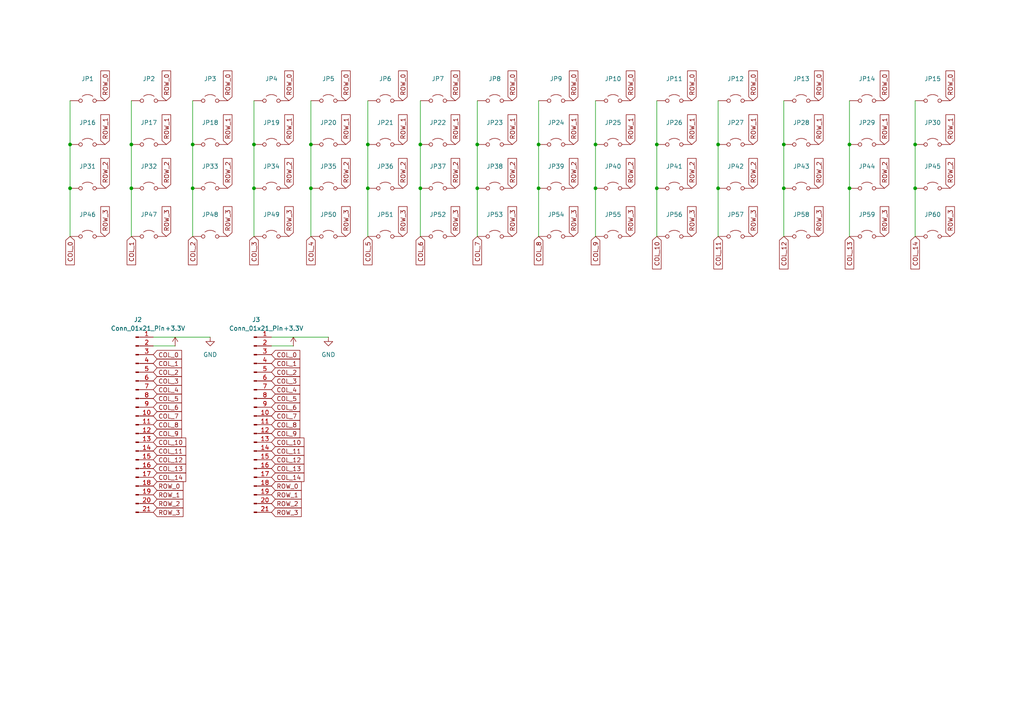
<source format=kicad_sch>
(kicad_sch (version 20250114) (generator "eeschema") (generator_version "9.0")
  (paper "A4")
  (lib_symbols
    (symbol "Connector:Conn_01x21_Pin" (pin_names (offset 1.016) (hide yes))
      (property "Reference" "J" (at 0 27.94 0))
      (property "Value" "Conn_01x21_Pin" (at 0 -27.94 0))
      (symbol "Conn_01x21_Pin_1_1"
        (rectangle (start 0.8636 25.527) (end 0 25.273) (stroke (width 0.1524)) (fill (type outline)))
        (rectangle (start 0.8636 22.987) (end 0 22.733) (stroke (width 0.1524)) (fill (type outline)))
        (rectangle (start 0.8636 20.447) (end 0 20.193) (stroke (width 0.1524)) (fill (type outline)))
        (rectangle (start 0.8636 17.907) (end 0 17.653) (stroke (width 0.1524)) (fill (type outline)))
        (rectangle (start 0.8636 15.367) (end 0 15.113) (stroke (width 0.1524)) (fill (type outline)))
        (rectangle (start 0.8636 12.827) (end 0 12.573) (stroke (width 0.1524)) (fill (type outline)))
        (rectangle (start 0.8636 10.287) (end 0 10.033) (stroke (width 0.1524)) (fill (type outline)))
        (rectangle (start 0.8636 7.747) (end 0 7.493) (stroke (width 0.1524)) (fill (type outline)))
        (rectangle (start 0.8636 5.207) (end 0 4.953) (stroke (width 0.1524)) (fill (type outline)))
        (rectangle (start 0.8636 2.667) (end 0 2.413) (stroke (width 0.1524)) (fill (type outline)))
        (rectangle (start 0.8636 0.127) (end 0 -0.127) (stroke (width 0.1524)) (fill (type outline)))
        (rectangle (start 0.8636 -2.413) (end 0 -2.667) (stroke (width 0.1524)) (fill (type outline)))
        (rectangle (start 0.8636 -4.953) (end 0 -5.207) (stroke (width 0.1524)) (fill (type outline)))
        (rectangle (start 0.8636 -7.493) (end 0 -7.747) (stroke (width 0.1524)) (fill (type outline)))
        (rectangle (start 0.8636 -10.033) (end 0 -10.287) (stroke (width 0.1524)) (fill (type outline)))
        (rectangle (start 0.8636 -12.573) (end 0 -12.827) (stroke (width 0.1524)) (fill (type outline)))
        (rectangle (start 0.8636 -15.113) (end 0 -15.367) (stroke (width 0.1524)) (fill (type outline)))
        (rectangle (start 0.8636 -17.653) (end 0 -17.907) (stroke (width 0.1524)) (fill (type outline)))
        (rectangle (start 0.8636 -20.193) (end 0 -20.447) (stroke (width 0.1524)) (fill (type outline)))
        (rectangle (start 0.8636 -22.733) (end 0 -22.987) (stroke (width 0.1524)) (fill (type outline)))
        (rectangle (start 0.8636 -25.273) (end 0 -25.527) (stroke (width 0.1524)) (fill (type outline)))
        (polyline (pts (xy 1.27 25.4) (xy 0.8636 25.4)) (stroke (width 0.1524)))
        (polyline (pts (xy 1.27 22.86) (xy 0.8636 22.86)) (stroke (width 0.1524)))
        (polyline (pts (xy 1.27 20.32) (xy 0.8636 20.32)) (stroke (width 0.1524)))
        (polyline (pts (xy 1.27 17.78) (xy 0.8636 17.78)) (stroke (width 0.1524)))
        (polyline (pts (xy 1.27 15.24) (xy 0.8636 15.24)) (stroke (width 0.1524)))
        (polyline (pts (xy 1.27 12.7) (xy 0.8636 12.7)) (stroke (width 0.1524)))
        (polyline (pts (xy 1.27 10.16) (xy 0.8636 10.16)) (stroke (width 0.1524)))
        (polyline (pts (xy 1.27 7.62) (xy 0.8636 7.62)) (stroke (width 0.1524)))
        (polyline (pts (xy 1.27 5.08) (xy 0.8636 5.08)) (stroke (width 0.1524)))
        (polyline (pts (xy 1.27 2.54) (xy 0.8636 2.54)) (stroke (width 0.1524)))
        (polyline (pts (xy 1.27 0) (xy 0.8636 0)) (stroke (width 0.1524)))
        (polyline (pts (xy 1.27 -2.54) (xy 0.8636 -2.54)) (stroke (width 0.1524)))
        (polyline (pts (xy 1.27 -5.08) (xy 0.8636 -5.08)) (stroke (width 0.1524)))
        (polyline (pts (xy 1.27 -7.62) (xy 0.8636 -7.62)) (stroke (width 0.1524)))
        (polyline (pts (xy 1.27 -10.16) (xy 0.8636 -10.16)) (stroke (width 0.1524)))
        (polyline (pts (xy 1.27 -12.7) (xy 0.8636 -12.7)) (stroke (width 0.1524)))
        (polyline (pts (xy 1.27 -15.24) (xy 0.8636 -15.24)) (stroke (width 0.1524)))
        (polyline (pts (xy 1.27 -17.78) (xy 0.8636 -17.78)) (stroke (width 0.1524)))
        (polyline (pts (xy 1.27 -20.32) (xy 0.8636 -20.32)) (stroke (width 0.1524)))
        (polyline (pts (xy 1.27 -22.86) (xy 0.8636 -22.86)) (stroke (width 0.1524)))
        (polyline (pts (xy 1.27 -25.4) (xy 0.8636 -25.4)) (stroke (width 0.1524)))
        (pin passive line (at 5.08 25.4 180) (length 3.81) (name "Pin_1") (number "1"))
        (pin passive line (at 5.08 22.86 180) (length 3.81) (name "Pin_2") (number "2"))
        (pin passive line (at 5.08 20.32 180) (length 3.81) (name "Pin_3") (number "3"))
        (pin passive line (at 5.08 17.78 180) (length 3.81) (name "Pin_4") (number "4"))
        (pin passive line (at 5.08 15.24 180) (length 3.81) (name "Pin_5") (number "5"))
        (pin passive line (at 5.08 12.7 180) (length 3.81) (name "Pin_6") (number "6"))
        (pin passive line (at 5.08 10.16 180) (length 3.81) (name "Pin_7") (number "7"))
        (pin passive line (at 5.08 7.62 180) (length 3.81) (name "Pin_8") (number "8"))
        (pin passive line (at 5.08 5.08 180) (length 3.81) (name "Pin_9") (number "9"))
        (pin passive line (at 5.08 2.54 180) (length 3.81) (name "Pin_10") (number "10"))
        (pin passive line (at 5.08 0 180) (length 3.81) (name "Pin_11") (number "11"))
        (pin passive line (at 5.08 -2.54 180) (length 3.81) (name "Pin_12") (number "12"))
        (pin passive line (at 5.08 -5.08 180) (length 3.81) (name "Pin_13") (number "13"))
        (pin passive line (at 5.08 -7.62 180) (length 3.81) (name "Pin_14") (number "14"))
        (pin passive line (at 5.08 -10.16 180) (length 3.81) (name "Pin_15") (number "15"))
        (pin passive line (at 5.08 -12.7 180) (length 3.81) (name "Pin_16") (number "16"))
        (pin passive line (at 5.08 -15.24 180) (length 3.81) (name "Pin_17") (number "17"))
        (pin passive line (at 5.08 -17.78 180) (length 3.81) (name "Pin_18") (number "18"))
        (pin passive line (at 5.08 -20.32 180) (length 3.81) (name "Pin_19") (number "19"))
        (pin passive line (at 5.08 -22.86 180) (length 3.81) (name "Pin_20") (number "20"))
        (pin passive line (at 5.08 -25.4 180) (length 3.81) (name "Pin_21") (number "21"))
      )
    )
    (symbol "Jumper:Jumper_2_Open" (pin_numbers (hide yes)) (pin_names (offset 0) (hide yes))
      (property "Reference" "JP" (at 0 2.794 0))
      (property "Value" "Jumper_2_Open" (at 0 -2.286 0))
      (symbol "Jumper_2_Open_0_0"
        (circle (center -2.032 0) (radius 0.508))
        (circle (center 2.032 0) (radius 0.508))
      )
      (symbol "Jumper_2_Open_0_1"
        (arc (start -1.524 1.27) (mid 0 1.778) (end 1.524 1.27))
      )
      (symbol "Jumper_2_Open_1_1"
        (pin passive line (at -5.08 0 0) (length 2.54) (name "A") (number "1"))
        (pin passive line (at 5.08 0 180) (length 2.54) (name "B") (number "2"))
      )
    )
    (symbol "power:+3.3V" (power) (pin_numbers (hide yes)) (pin_names (offset 0) (hide yes))
      (property "Value" "+3.3V" (at 0 3.556 0))
      (symbol "+3.3V_0_1"
        (polyline (pts (xy -0.762 1.27) (xy 0 2.54)))
        (polyline (pts (xy 0 2.54) (xy 0.762 1.27)))
        (polyline (pts (xy 0 0) (xy 0 2.54)))
      )
      (symbol "+3.3V_1_1"
        (pin power_in line (at 0 0 90) (length 0) (name "~") (number "1"))
      )
    )
    (symbol "power:GND" (power) (pin_numbers (hide yes)) (pin_names (offset 0) (hide yes))
      (property "Value" "GND" (at 0 -3.81 0))
      (symbol "GND_0_1"
        (polyline (pts (xy 0 0) (xy 0 -1.27) (xy 1.27 -1.27) (xy 0 -2.54) (xy -1.27 -1.27) (xy 0 -1.27)))
      )
      (symbol "GND_1_1"
        (pin power_in line (at 0 0 270) (length 0) (name "~") (number "1"))
      )
    )
  )
  (junction (at 38.1 41.91))
  (junction (at 20.32 54.61))
  (junction (at 90.17 54.61))
  (junction (at 190.5 54.61))
  (junction (at 172.72 54.61))
  (junction (at 55.88 41.91))
  (junction (at 138.43 54.61))
  (junction (at 55.88 54.61))
  (junction (at 156.21 54.61))
  (junction (at 172.72 41.91))
  (junction (at 106.68 41.91))
  (junction (at 73.66 41.91))
  (junction (at 90.17 41.91))
  (junction (at 190.5 41.91))
  (junction (at 38.1 54.61))
  (junction (at 227.33 41.91))
  (junction (at 20.32 41.91))
  (junction (at 138.43 41.91))
  (junction (at 227.33 54.61))
  (junction (at 208.28 54.61))
  (junction (at 106.68 54.61))
  (junction (at 208.28 41.91))
  (junction (at 246.38 54.61))
  (junction (at 121.92 41.91))
  (junction (at 156.21 41.91))
  (junction (at 121.92 54.61))
  (junction (at 265.43 54.61))
  (junction (at 246.38 41.91))
  (junction (at 73.66 54.61))
  (junction (at 265.43 41.91))
  (wire (pts (xy 227.33 41.91) (xy 227.33 54.61)))
  (wire (pts (xy 190.5 54.61) (xy 190.5 68.58)))
  (wire (pts (xy 138.43 29.21) (xy 138.43 41.91)))
  (wire (pts (xy 190.5 29.21) (xy 190.5 41.91)))
  (wire (pts (xy 73.66 29.21) (xy 73.66 41.91)))
  (wire (pts (xy 265.43 41.91) (xy 265.43 54.61)))
  (wire (pts (xy 60.96 97.79) (xy 44.45 97.79)))
  (wire (pts (xy 208.28 54.61) (xy 208.28 68.58)))
  (wire (pts (xy 156.21 41.91) (xy 156.21 54.61)))
  (wire (pts (xy 227.33 29.21) (xy 227.33 41.91)))
  (wire (pts (xy 121.92 54.61) (xy 121.92 68.58)))
  (wire (pts (xy 138.43 41.91) (xy 138.43 54.61)))
  (wire (pts (xy 38.1 29.21) (xy 38.1 41.91)))
  (wire (pts (xy 121.92 29.21) (xy 121.92 41.91)))
  (wire (pts (xy 90.17 29.21) (xy 90.17 41.91)))
  (wire (pts (xy 138.43 54.61) (xy 138.43 68.58)))
  (wire (pts (xy 55.88 29.21) (xy 55.88 41.91)))
  (wire (pts (xy 90.17 41.91) (xy 90.17 54.61)))
  (wire (pts (xy 156.21 29.21) (xy 156.21 41.91)))
  (wire (pts (xy 106.68 29.21) (xy 106.68 41.91)))
  (wire (pts (xy 38.1 54.61) (xy 38.1 68.58)))
  (wire (pts (xy 172.72 29.21) (xy 172.72 41.91)))
  (wire (pts (xy 90.17 54.61) (xy 90.17 68.58)))
  (wire (pts (xy 208.28 29.21) (xy 208.28 41.91)))
  (wire (pts (xy 50.8 100.33) (xy 44.45 100.33)))
  (wire (pts (xy 20.32 29.21) (xy 20.32 41.91)))
  (wire (pts (xy 106.68 41.91) (xy 106.68 54.61)))
  (wire (pts (xy 106.68 54.61) (xy 106.68 68.58)))
  (wire (pts (xy 95.25 97.79) (xy 78.74 97.79)))
  (wire (pts (xy 156.21 54.61) (xy 156.21 68.58)))
  (wire (pts (xy 73.66 41.91) (xy 73.66 54.61)))
  (wire (pts (xy 246.38 29.21) (xy 246.38 41.91)))
  (wire (pts (xy 85.09 100.33) (xy 78.74 100.33)))
  (wire (pts (xy 38.1 41.91) (xy 38.1 54.61)))
  (wire (pts (xy 265.43 29.21) (xy 265.43 41.91)))
  (wire (pts (xy 227.33 54.61) (xy 227.33 68.58)))
  (wire (pts (xy 246.38 54.61) (xy 246.38 68.58)))
  (wire (pts (xy 73.66 54.61) (xy 73.66 68.58)))
  (wire (pts (xy 246.38 41.91) (xy 246.38 54.61)))
  (wire (pts (xy 190.5 41.91) (xy 190.5 54.61)))
  (wire (pts (xy 20.32 41.91) (xy 20.32 54.61)))
  (wire (pts (xy 121.92 41.91) (xy 121.92 54.61)))
  (wire (pts (xy 265.43 54.61) (xy 265.43 68.58)))
  (wire (pts (xy 20.32 54.61) (xy 20.32 68.58)))
  (wire (pts (xy 55.88 41.91) (xy 55.88 54.61)))
  (wire (pts (xy 172.72 54.61) (xy 172.72 68.58)))
  (wire (pts (xy 208.28 41.91) (xy 208.28 54.61)))
  (wire (pts (xy 172.72 41.91) (xy 172.72 54.61)))
  (wire (pts (xy 55.88 54.61) (xy 55.88 68.58)))
  (global_label "COL_4" (shape input) (at 78.74 113.03 0) (property "Intersheetrefs" "${INTERSHEET_REFS}" (effects (hide yes))))
  (global_label "ROW_3" (shape input) (at 256.54 68.58 90) (property "Intersheetrefs" "${INTERSHEET_REFS}" (effects (hide yes))))
  (global_label "COL_9" (shape input) (at 44.45 125.73 0) (property "Intersheetrefs" "${INTERSHEET_REFS}" (effects (hide yes))))
  (global_label "ROW_3" (shape input) (at 218.44 68.58 90) (property "Intersheetrefs" "${INTERSHEET_REFS}" (effects (hide yes))))
  (global_label "COL_1" (shape input) (at 78.74 105.41 0) (property "Intersheetrefs" "${INTERSHEET_REFS}" (effects (hide yes))))
  (global_label "ROW_1" (shape input) (at 48.26 41.91 90) (property "Intersheetrefs" "${INTERSHEET_REFS}" (effects (hide yes))))
  (global_label "ROW_0" (shape input) (at 218.44 29.21 90) (property "Intersheetrefs" "${INTERSHEET_REFS}" (effects (hide yes))))
  (global_label "ROW_0" (shape input) (at 200.66 29.21 90) (property "Intersheetrefs" "${INTERSHEET_REFS}" (effects (hide yes))))
  (global_label "COL_5" (shape input) (at 106.68 68.58 270) (property "Intersheetrefs" "${INTERSHEET_REFS}" (effects (hide yes))))
  (global_label "ROW_2" (shape input) (at 237.49 54.61 90) (property "Intersheetrefs" "${INTERSHEET_REFS}" (effects (hide yes))))
  (global_label "COL_5" (shape input) (at 78.74 115.57 0) (property "Intersheetrefs" "${INTERSHEET_REFS}" (effects (hide yes))))
  (global_label "COL_2" (shape input) (at 78.74 107.95 0) (property "Intersheetrefs" "${INTERSHEET_REFS}" (effects (hide yes))))
  (global_label "COL_14" (shape input) (at 44.45 138.43 0) (property "Intersheetrefs" "${INTERSHEET_REFS}" (effects (hide yes))))
  (global_label "ROW_1" (shape input) (at 30.48 41.91 90) (property "Intersheetrefs" "${INTERSHEET_REFS}" (effects (hide yes))))
  (global_label "COL_11" (shape input) (at 208.28 68.58 270) (property "Intersheetrefs" "${INTERSHEET_REFS}" (effects (hide yes))))
  (global_label "ROW_0" (shape input) (at 66.04 29.21 90) (property "Intersheetrefs" "${INTERSHEET_REFS}" (effects (hide yes))))
  (global_label "ROW_0" (shape input) (at 48.26 29.21 90) (property "Intersheetrefs" "${INTERSHEET_REFS}" (effects (hide yes))))
  (global_label "ROW_2" (shape input) (at 78.74 146.05 0) (property "Intersheetrefs" "${INTERSHEET_REFS}" (effects (hide yes))))
  (global_label "ROW_2" (shape input) (at 100.33 54.61 90) (property "Intersheetrefs" "${INTERSHEET_REFS}" (effects (hide yes))))
  (global_label "ROW_2" (shape input) (at 166.37 54.61 90) (property "Intersheetrefs" "${INTERSHEET_REFS}" (effects (hide yes))))
  (global_label "COL_5" (shape input) (at 44.45 115.57 0) (property "Intersheetrefs" "${INTERSHEET_REFS}" (effects (hide yes))))
  (global_label "ROW_3" (shape input) (at 66.04 68.58 90) (property "Intersheetrefs" "${INTERSHEET_REFS}" (effects (hide yes))))
  (global_label "ROW_3" (shape input) (at 237.49 68.58 90) (property "Intersheetrefs" "${INTERSHEET_REFS}" (effects (hide yes))))
  (global_label "ROW_1" (shape input) (at 182.88 41.91 90) (property "Intersheetrefs" "${INTERSHEET_REFS}" (effects (hide yes))))
  (global_label "ROW_0" (shape input) (at 166.37 29.21 90) (property "Intersheetrefs" "${INTERSHEET_REFS}" (effects (hide yes))))
  (global_label "ROW_2" (shape input) (at 256.54 54.61 90) (property "Intersheetrefs" "${INTERSHEET_REFS}" (effects (hide yes))))
  (global_label "ROW_2" (shape input) (at 66.04 54.61 90) (property "Intersheetrefs" "${INTERSHEET_REFS}" (effects (hide yes))))
  (global_label "COL_12" (shape input) (at 78.74 133.35 0) (property "Intersheetrefs" "${INTERSHEET_REFS}" (effects (hide yes))))
  (global_label "COL_10" (shape input) (at 44.45 128.27 0) (property "Intersheetrefs" "${INTERSHEET_REFS}" (effects (hide yes))))
  (global_label "COL_6" (shape input) (at 44.45 118.11 0) (property "Intersheetrefs" "${INTERSHEET_REFS}" (effects (hide yes))))
  (global_label "ROW_3" (shape input) (at 48.26 68.58 90) (property "Intersheetrefs" "${INTERSHEET_REFS}" (effects (hide yes))))
  (global_label "COL_11" (shape input) (at 44.45 130.81 0) (property "Intersheetrefs" "${INTERSHEET_REFS}" (effects (hide yes))))
  (global_label "ROW_1" (shape input) (at 66.04 41.91 90) (property "Intersheetrefs" "${INTERSHEET_REFS}" (effects (hide yes))))
  (global_label "ROW_1" (shape input) (at 78.74 143.51 0) (property "Intersheetrefs" "${INTERSHEET_REFS}" (effects (hide yes))))
  (global_label "ROW_1" (shape input) (at 148.59 41.91 90) (property "Intersheetrefs" "${INTERSHEET_REFS}" (effects (hide yes))))
  (global_label "ROW_3" (shape input) (at 148.59 68.58 90) (property "Intersheetrefs" "${INTERSHEET_REFS}" (effects (hide yes))))
  (global_label "COL_0" (shape input) (at 20.32 68.58 270) (property "Intersheetrefs" "${INTERSHEET_REFS}" (effects (hide yes))))
  (global_label "ROW_1" (shape input) (at 166.37 41.91 90) (property "Intersheetrefs" "${INTERSHEET_REFS}" (effects (hide yes))))
  (global_label "ROW_3" (shape input) (at 44.45 148.59 0) (property "Intersheetrefs" "${INTERSHEET_REFS}" (effects (hide yes))))
  (global_label "ROW_2" (shape input) (at 218.44 54.61 90) (property "Intersheetrefs" "${INTERSHEET_REFS}" (effects (hide yes))))
  (global_label "COL_3" (shape input) (at 78.74 110.49 0) (property "Intersheetrefs" "${INTERSHEET_REFS}" (effects (hide yes))))
  (global_label "COL_12" (shape input) (at 44.45 133.35 0) (property "Intersheetrefs" "${INTERSHEET_REFS}" (effects (hide yes))))
  (global_label "COL_7" (shape input) (at 44.45 120.65 0) (property "Intersheetrefs" "${INTERSHEET_REFS}" (effects (hide yes))))
  (global_label "ROW_2" (shape input) (at 200.66 54.61 90) (property "Intersheetrefs" "${INTERSHEET_REFS}" (effects (hide yes))))
  (global_label "ROW_1" (shape input) (at 200.66 41.91 90) (property "Intersheetrefs" "${INTERSHEET_REFS}" (effects (hide yes))))
  (global_label "ROW_1" (shape input) (at 237.49 41.91 90) (property "Intersheetrefs" "${INTERSHEET_REFS}" (effects (hide yes))))
  (global_label "ROW_1" (shape input) (at 44.45 143.51 0) (property "Intersheetrefs" "${INTERSHEET_REFS}" (effects (hide yes))))
  (global_label "ROW_3" (shape input) (at 132.08 68.58 90) (property "Intersheetrefs" "${INTERSHEET_REFS}" (effects (hide yes))))
  (global_label "ROW_0" (shape input) (at 148.59 29.21 90) (property "Intersheetrefs" "${INTERSHEET_REFS}" (effects (hide yes))))
  (global_label "COL_3" (shape input) (at 73.66 68.58 270) (property "Intersheetrefs" "${INTERSHEET_REFS}" (effects (hide yes))))
  (global_label "COL_6" (shape input) (at 121.92 68.58 270) (property "Intersheetrefs" "${INTERSHEET_REFS}" (effects (hide yes))))
  (global_label "COL_1" (shape input) (at 44.45 105.41 0) (property "Intersheetrefs" "${INTERSHEET_REFS}" (effects (hide yes))))
  (global_label "ROW_1" (shape input) (at 256.54 41.91 90) (property "Intersheetrefs" "${INTERSHEET_REFS}" (effects (hide yes))))
  (global_label "COL_10" (shape input) (at 190.5 68.58 270) (property "Intersheetrefs" "${INTERSHEET_REFS}" (effects (hide yes))))
  (global_label "COL_1" (shape input) (at 38.1 68.58 270) (property "Intersheetrefs" "${INTERSHEET_REFS}" (effects (hide yes))))
  (global_label "ROW_1" (shape input) (at 218.44 41.91 90) (property "Intersheetrefs" "${INTERSHEET_REFS}" (effects (hide yes))))
  (global_label "ROW_0" (shape input) (at 83.82 29.21 90) (property "Intersheetrefs" "${INTERSHEET_REFS}" (effects (hide yes))))
  (global_label "ROW_2" (shape input) (at 30.48 54.61 90) (property "Intersheetrefs" "${INTERSHEET_REFS}" (effects (hide yes))))
  (global_label "ROW_2" (shape input) (at 148.59 54.61 90) (property "Intersheetrefs" "${INTERSHEET_REFS}" (effects (hide yes))))
  (global_label "ROW_2" (shape input) (at 132.08 54.61 90) (property "Intersheetrefs" "${INTERSHEET_REFS}" (effects (hide yes))))
  (global_label "ROW_3" (shape input) (at 83.82 68.58 90) (property "Intersheetrefs" "${INTERSHEET_REFS}" (effects (hide yes))))
  (global_label "ROW_0" (shape input) (at 30.48 29.21 90) (property "Intersheetrefs" "${INTERSHEET_REFS}" (effects (hide yes))))
  (global_label "ROW_0" (shape input) (at 100.33 29.21 90) (property "Intersheetrefs" "${INTERSHEET_REFS}" (effects (hide yes))))
  (global_label "ROW_2" (shape input) (at 275.59 54.61 90) (property "Intersheetrefs" "${INTERSHEET_REFS}" (effects (hide yes))))
  (global_label "COL_4" (shape input) (at 90.17 68.58 270) (property "Intersheetrefs" "${INTERSHEET_REFS}" (effects (hide yes))))
  (global_label "COL_8" (shape input) (at 44.45 123.19 0) (property "Intersheetrefs" "${INTERSHEET_REFS}" (effects (hide yes))))
  (global_label "COL_14" (shape input) (at 265.43 68.58 270) (property "Intersheetrefs" "${INTERSHEET_REFS}" (effects (hide yes))))
  (global_label "COL_6" (shape input) (at 78.74 118.11 0) (property "Intersheetrefs" "${INTERSHEET_REFS}" (effects (hide yes))))
  (global_label "ROW_0" (shape input) (at 256.54 29.21 90) (property "Intersheetrefs" "${INTERSHEET_REFS}" (effects (hide yes))))
  (global_label "COL_9" (shape input) (at 172.72 68.58 270) (property "Intersheetrefs" "${INTERSHEET_REFS}" (effects (hide yes))))
  (global_label "COL_2" (shape input) (at 44.45 107.95 0) (property "Intersheetrefs" "${INTERSHEET_REFS}" (effects (hide yes))))
  (global_label "ROW_0" (shape input) (at 116.84 29.21 90) (property "Intersheetrefs" "${INTERSHEET_REFS}" (effects (hide yes))))
  (global_label "ROW_3" (shape input) (at 30.48 68.58 90) (property "Intersheetrefs" "${INTERSHEET_REFS}" (effects (hide yes))))
  (global_label "ROW_0" (shape input) (at 237.49 29.21 90) (property "Intersheetrefs" "${INTERSHEET_REFS}" (effects (hide yes))))
  (global_label "COL_8" (shape input) (at 78.74 123.19 0) (property "Intersheetrefs" "${INTERSHEET_REFS}" (effects (hide yes))))
  (global_label "COL_2" (shape input) (at 55.88 68.58 270) (property "Intersheetrefs" "${INTERSHEET_REFS}" (effects (hide yes))))
  (global_label "ROW_2" (shape input) (at 48.26 54.61 90) (property "Intersheetrefs" "${INTERSHEET_REFS}" (effects (hide yes))))
  (global_label "COL_8" (shape input) (at 156.21 68.58 270) (property "Intersheetrefs" "${INTERSHEET_REFS}" (effects (hide yes))))
  (global_label "COL_9" (shape input) (at 78.74 125.73 0) (property "Intersheetrefs" "${INTERSHEET_REFS}" (effects (hide yes))))
  (global_label "ROW_2" (shape input) (at 83.82 54.61 90) (property "Intersheetrefs" "${INTERSHEET_REFS}" (effects (hide yes))))
  (global_label "COL_13" (shape input) (at 44.45 135.89 0) (property "Intersheetrefs" "${INTERSHEET_REFS}" (effects (hide yes))))
  (global_label "ROW_1" (shape input) (at 116.84 41.91 90) (property "Intersheetrefs" "${INTERSHEET_REFS}" (effects (hide yes))))
  (global_label "ROW_0" (shape input) (at 182.88 29.21 90) (property "Intersheetrefs" "${INTERSHEET_REFS}" (effects (hide yes))))
  (global_label "ROW_2" (shape input) (at 116.84 54.61 90) (property "Intersheetrefs" "${INTERSHEET_REFS}" (effects (hide yes))))
  (global_label "ROW_3" (shape input) (at 182.88 68.58 90) (property "Intersheetrefs" "${INTERSHEET_REFS}" (effects (hide yes))))
  (global_label "COL_7" (shape input) (at 138.43 68.58 270) (property "Intersheetrefs" "${INTERSHEET_REFS}" (effects (hide yes))))
  (global_label "ROW_1" (shape input) (at 100.33 41.91 90) (property "Intersheetrefs" "${INTERSHEET_REFS}" (effects (hide yes))))
  (global_label "COL_7" (shape input) (at 78.74 120.65 0) (property "Intersheetrefs" "${INTERSHEET_REFS}" (effects (hide yes))))
  (global_label "ROW_3" (shape input) (at 166.37 68.58 90) (property "Intersheetrefs" "${INTERSHEET_REFS}" (effects (hide yes))))
  (global_label "COL_12" (shape input) (at 227.33 68.58 270) (property "Intersheetrefs" "${INTERSHEET_REFS}" (effects (hide yes))))
  (global_label "ROW_3" (shape input) (at 275.59 68.58 90) (property "Intersheetrefs" "${INTERSHEET_REFS}" (effects (hide yes))))
  (global_label "ROW_0" (shape input) (at 275.59 29.21 90) (property "Intersheetrefs" "${INTERSHEET_REFS}" (effects (hide yes))))
  (global_label "ROW_0" (shape input) (at 44.45 140.97 0) (property "Intersheetrefs" "${INTERSHEET_REFS}" (effects (hide yes))))
  (global_label "ROW_3" (shape input) (at 78.74 148.59 0) (property "Intersheetrefs" "${INTERSHEET_REFS}" (effects (hide yes))))
  (global_label "ROW_2" (shape input) (at 182.88 54.61 90) (property "Intersheetrefs" "${INTERSHEET_REFS}" (effects (hide yes))))
  (global_label "ROW_3" (shape input) (at 200.66 68.58 90) (property "Intersheetrefs" "${INTERSHEET_REFS}" (effects (hide yes))))
  (global_label "COL_13" (shape input) (at 246.38 68.58 270) (property "Intersheetrefs" "${INTERSHEET_REFS}" (effects (hide yes))))
  (global_label "COL_3" (shape input) (at 44.45 110.49 0) (property "Intersheetrefs" "${INTERSHEET_REFS}" (effects (hide yes))))
  (global_label "ROW_3" (shape input) (at 116.84 68.58 90) (property "Intersheetrefs" "${INTERSHEET_REFS}" (effects (hide yes))))
  (global_label "ROW_0" (shape input) (at 78.74 140.97 0) (property "Intersheetrefs" "${INTERSHEET_REFS}" (effects (hide yes))))
  (global_label "ROW_0" (shape input) (at 132.08 29.21 90) (property "Intersheetrefs" "${INTERSHEET_REFS}" (effects (hide yes))))
  (global_label "ROW_1" (shape input) (at 83.82 41.91 90) (property "Intersheetrefs" "${INTERSHEET_REFS}" (effects (hide yes))))
  (global_label "COL_11" (shape input) (at 78.74 130.81 0) (property "Intersheetrefs" "${INTERSHEET_REFS}" (effects (hide yes))))
  (global_label "ROW_3" (shape input) (at 100.33 68.58 90) (property "Intersheetrefs" "${INTERSHEET_REFS}" (effects (hide yes))))
  (global_label "ROW_1" (shape input) (at 132.08 41.91 90) (property "Intersheetrefs" "${INTERSHEET_REFS}" (effects (hide yes))))
  (global_label "COL_13" (shape input) (at 78.74 135.89 0) (property "Intersheetrefs" "${INTERSHEET_REFS}" (effects (hide yes))))
  (global_label "ROW_2" (shape input) (at 44.45 146.05 0) (property "Intersheetrefs" "${INTERSHEET_REFS}" (effects (hide yes))))
  (global_label "COL_14" (shape input) (at 78.74 138.43 0) (property "Intersheetrefs" "${INTERSHEET_REFS}" (effects (hide yes))))
  (global_label "COL_0" (shape input) (at 78.74 102.87 0) (property "Intersheetrefs" "${INTERSHEET_REFS}" (effects (hide yes))))
  (global_label "ROW_1" (shape input) (at 275.59 41.91 90) (property "Intersheetrefs" "${INTERSHEET_REFS}" (effects (hide yes))))
  (global_label "COL_10" (shape input) (at 78.74 128.27 0) (property "Intersheetrefs" "${INTERSHEET_REFS}" (effects (hide yes))))
  (global_label "COL_0" (shape input) (at 44.45 102.87 0) (property "Intersheetrefs" "${INTERSHEET_REFS}" (effects (hide yes))))
  (global_label "COL_4" (shape input) (at 44.45 113.03 0) (property "Intersheetrefs" "${INTERSHEET_REFS}" (effects (hide yes))))
  (symbol (lib_id "Jumper:Jumper_2_Open") (at 78.74 29.21 0) (unit 1)
    (property "Reference" "JP4" (at 78.74 22.86 0))
    (property "Value" "Jumper_2_Open" (effects (hide yes)))
    (property "Footprint" "FlexSensorFootprint:10mmPad" (effects (hide yes)))
    (property "Description" "Jumper, 2-pole, open" (effects (hide yes)))
  )
  (symbol (lib_id "Jumper:Jumper_2_Open") (at 177.8 29.21 0) (unit 1)
    (property "Reference" "JP10" (at 177.8 22.86 0))
    (property "Value" "Jumper_2_Open" (effects (hide yes)))
    (property "Footprint" "FlexSensorFootprint:10mmPad" (effects (hide yes)))
    (property "Description" "Jumper, 2-pole, open" (effects (hide yes)))
  )
  (symbol (lib_id "Jumper:Jumper_2_Open") (at 161.29 29.21 0) (unit 1)
    (property "Reference" "JP9" (at 161.29 22.86 0))
    (property "Value" "Jumper_2_Open" (effects (hide yes)))
    (property "Footprint" "FlexSensorFootprint:10mmPad" (effects (hide yes)))
    (property "Description" "Jumper, 2-pole, open" (effects (hide yes)))
  )
  (symbol (lib_id "Jumper:Jumper_2_Open") (at 127 29.21 0) (unit 1)
    (property "Reference" "JP7" (at 127 22.86 0))
    (property "Value" "Jumper_2_Open" (effects (hide yes)))
    (property "Footprint" "FlexSensorFootprint:10mmPad" (effects (hide yes)))
    (property "Description" "Jumper, 2-pole, open" (effects (hide yes)))
  )
  (symbol (lib_id "Jumper:Jumper_2_Open") (at 213.36 68.58 0) (unit 1)
    (property "Reference" "JP57" (at 213.36 62.23 0))
    (property "Value" "Jumper_2_Open" (effects (hide yes)))
    (property "Footprint" "FlexSensorFootprint:10mmPad" (effects (hide yes)))
    (property "Description" "Jumper, 2-pole, open" (effects (hide yes)))
  )
  (symbol (lib_id "power:GND") (at 60.96 97.79 0) (unit 1)
    (property "Reference" "#PWR01" (effects (hide yes)))
    (property "Value" "GND" (at 60.96 102.87 0))
    (property "Description" "Power symbol creates a global label with name \"GND\" , ground" (effects (hide yes)))
  )
  (symbol (lib_id "Jumper:Jumper_2_Open") (at 111.76 68.58 0) (unit 1)
    (property "Reference" "JP51" (at 111.76 62.23 0))
    (property "Value" "Jumper_2_Open" (effects (hide yes)))
    (property "Footprint" "FlexSensorFootprint:10mmPad" (effects (hide yes)))
    (property "Description" "Jumper, 2-pole, open" (effects (hide yes)))
  )
  (symbol (lib_id "Jumper:Jumper_2_Open") (at 143.51 41.91 0) (unit 1)
    (property "Reference" "JP23" (at 143.51 35.56 0))
    (property "Value" "Jumper_2_Open" (effects (hide yes)))
    (property "Footprint" "FlexSensorFootprint:10mmPad" (effects (hide yes)))
    (property "Description" "Jumper, 2-pole, open" (effects (hide yes)))
  )
  (symbol (lib_id "Connector:Conn_01x21_Pin") (at 39.37 123.19 0) (unit 1)
    (property "Reference" "J2" (at 40.005 92.71 0))
    (property "Value" "Conn_01x21_Pin" (at 40.005 95.25 0))
    (property "Footprint" "Connector_PinSocket_2.54mm:PinSocket_1x21_P2.54mm_Vertical" (effects (hide yes)))
    (property "Description" "Generic connector, single row, 01x21, script generated" (effects (hide yes)))
  )
  (symbol (lib_id "power:+3.3V") (at 85.09 100.33 0) (unit 1)
    (property "Reference" "#PWR03" (effects (hide yes)))
    (property "Value" "+3.3V" (at 85.09 95.25 0))
    (property "Description" "Power symbol creates a global label with name \"+3.3V\"" (effects (hide yes)))
  )
  (symbol (lib_id "Jumper:Jumper_2_Open") (at 95.25 54.61 0) (unit 1)
    (property "Reference" "JP35" (at 95.25 48.26 0))
    (property "Value" "Jumper_2_Open" (effects (hide yes)))
    (property "Footprint" "FlexSensorFootprint:10mmPad" (effects (hide yes)))
    (property "Description" "Jumper, 2-pole, open" (effects (hide yes)))
  )
  (symbol (lib_id "Jumper:Jumper_2_Open") (at 95.25 68.58 0) (unit 1)
    (property "Reference" "JP50" (at 95.25 62.23 0))
    (property "Value" "Jumper_2_Open" (effects (hide yes)))
    (property "Footprint" "FlexSensorFootprint:10mmPad" (effects (hide yes)))
    (property "Description" "Jumper, 2-pole, open" (effects (hide yes)))
  )
  (symbol (lib_id "Jumper:Jumper_2_Open") (at 251.46 41.91 0) (unit 1)
    (property "Reference" "JP29" (at 251.46 35.56 0))
    (property "Value" "Jumper_2_Open" (effects (hide yes)))
    (property "Footprint" "FlexSensorFootprint:10mmPad" (effects (hide yes)))
    (property "Description" "Jumper, 2-pole, open" (effects (hide yes)))
  )
  (symbol (lib_id "Jumper:Jumper_2_Open") (at 232.41 41.91 0) (unit 1)
    (property "Reference" "JP28" (at 232.41 35.56 0))
    (property "Value" "Jumper_2_Open" (effects (hide yes)))
    (property "Footprint" "FlexSensorFootprint:10mmPad" (effects (hide yes)))
    (property "Description" "Jumper, 2-pole, open" (effects (hide yes)))
  )
  (symbol (lib_id "Jumper:Jumper_2_Open") (at 111.76 41.91 0) (unit 1)
    (property "Reference" "JP21" (at 111.76 35.56 0))
    (property "Value" "Jumper_2_Open" (effects (hide yes)))
    (property "Footprint" "FlexSensorFootprint:10mmPad" (effects (hide yes)))
    (property "Description" "Jumper, 2-pole, open" (effects (hide yes)))
  )
  (symbol (lib_id "Jumper:Jumper_2_Open") (at 161.29 54.61 0) (unit 1)
    (property "Reference" "JP39" (at 161.29 48.26 0))
    (property "Value" "Jumper_2_Open" (effects (hide yes)))
    (property "Footprint" "FlexSensorFootprint:10mmPad" (effects (hide yes)))
    (property "Description" "Jumper, 2-pole, open" (effects (hide yes)))
  )
  (symbol (lib_id "Jumper:Jumper_2_Open") (at 177.8 68.58 0) (unit 1)
    (property "Reference" "JP55" (at 177.8 62.23 0))
    (property "Value" "Jumper_2_Open" (effects (hide yes)))
    (property "Footprint" "FlexSensorFootprint:10mmPad" (effects (hide yes)))
    (property "Description" "Jumper, 2-pole, open" (effects (hide yes)))
  )
  (symbol (lib_id "Jumper:Jumper_2_Open") (at 251.46 54.61 0) (unit 1)
    (property "Reference" "JP44" (at 251.46 48.26 0))
    (property "Value" "Jumper_2_Open" (effects (hide yes)))
    (property "Footprint" "FlexSensorFootprint:10mmPad" (effects (hide yes)))
    (property "Description" "Jumper, 2-pole, open" (effects (hide yes)))
  )
  (symbol (lib_id "Jumper:Jumper_2_Open") (at 195.58 29.21 0) (unit 1)
    (property "Reference" "JP11" (at 195.58 22.86 0))
    (property "Value" "Jumper_2_Open" (effects (hide yes)))
    (property "Footprint" "FlexSensorFootprint:10mmPad" (effects (hide yes)))
    (property "Description" "Jumper, 2-pole, open" (effects (hide yes)))
  )
  (symbol (lib_id "Jumper:Jumper_2_Open") (at 25.4 68.58 0) (unit 1)
    (property "Reference" "JP46" (at 25.4 62.23 0))
    (property "Value" "Jumper_2_Open" (effects (hide yes)))
    (property "Footprint" "FlexSensorFootprint:10mmPad" (effects (hide yes)))
    (property "Description" "Jumper, 2-pole, open" (effects (hide yes)))
  )
  (symbol (lib_id "Jumper:Jumper_2_Open") (at 25.4 54.61 0) (unit 1)
    (property "Reference" "JP31" (at 25.4 48.26 0))
    (property "Value" "Jumper_2_Open" (effects (hide yes)))
    (property "Footprint" "FlexSensorFootprint:10mmPad" (effects (hide yes)))
    (property "Description" "Jumper, 2-pole, open" (effects (hide yes)))
  )
  (symbol (lib_id "Jumper:Jumper_2_Open") (at 127 54.61 0) (unit 1)
    (property "Reference" "JP37" (at 127 48.26 0))
    (property "Value" "Jumper_2_Open" (effects (hide yes)))
    (property "Footprint" "FlexSensorFootprint:10mmPad" (effects (hide yes)))
    (property "Description" "Jumper, 2-pole, open" (effects (hide yes)))
  )
  (symbol (lib_id "Jumper:Jumper_2_Open") (at 143.51 54.61 0) (unit 1)
    (property "Reference" "JP38" (at 143.51 48.26 0))
    (property "Value" "Jumper_2_Open" (effects (hide yes)))
    (property "Footprint" "FlexSensorFootprint:10mmPad" (effects (hide yes)))
    (property "Description" "Jumper, 2-pole, open" (effects (hide yes)))
  )
  (symbol (lib_id "Jumper:Jumper_2_Open") (at 127 68.58 0) (unit 1)
    (property "Reference" "JP52" (at 127 62.23 0))
    (property "Value" "Jumper_2_Open" (effects (hide yes)))
    (property "Footprint" "FlexSensorFootprint:10mmPad" (effects (hide yes)))
    (property "Description" "Jumper, 2-pole, open" (effects (hide yes)))
  )
  (symbol (lib_id "Jumper:Jumper_2_Open") (at 60.96 41.91 0) (unit 1)
    (property "Reference" "JP18" (at 60.96 35.56 0))
    (property "Value" "Jumper_2_Open" (effects (hide yes)))
    (property "Footprint" "FlexSensorFootprint:10mmPad" (effects (hide yes)))
    (property "Description" "Jumper, 2-pole, open" (effects (hide yes)))
  )
  (symbol (lib_id "Jumper:Jumper_2_Open") (at 232.41 68.58 0) (unit 1)
    (property "Reference" "JP58" (at 232.41 62.23 0))
    (property "Value" "Jumper_2_Open" (effects (hide yes)))
    (property "Footprint" "FlexSensorFootprint:10mmPad" (effects (hide yes)))
    (property "Description" "Jumper, 2-pole, open" (effects (hide yes)))
  )
  (symbol (lib_id "Jumper:Jumper_2_Open") (at 60.96 68.58 0) (unit 1)
    (property "Reference" "JP48" (at 60.96 62.23 0))
    (property "Value" "Jumper_2_Open" (effects (hide yes)))
    (property "Footprint" "FlexSensorFootprint:10mmPad" (effects (hide yes)))
    (property "Description" "Jumper, 2-pole, open" (effects (hide yes)))
  )
  (symbol (lib_id "power:GND") (at 95.25 97.79 0) (unit 1)
    (property "Reference" "#PWR04" (effects (hide yes)))
    (property "Value" "GND" (at 95.25 102.87 0))
    (property "Description" "Power symbol creates a global label with name \"GND\" , ground" (effects (hide yes)))
  )
  (symbol (lib_id "Jumper:Jumper_2_Open") (at 78.74 68.58 0) (unit 1)
    (property "Reference" "JP49" (at 78.74 62.23 0))
    (property "Value" "Jumper_2_Open" (effects (hide yes)))
    (property "Footprint" "FlexSensorFootprint:10mmPad" (effects (hide yes)))
    (property "Description" "Jumper, 2-pole, open" (effects (hide yes)))
  )
  (symbol (lib_id "Jumper:Jumper_2_Open") (at 213.36 29.21 0) (unit 1)
    (property "Reference" "JP12" (at 213.36 22.86 0))
    (property "Value" "Jumper_2_Open" (effects (hide yes)))
    (property "Footprint" "FlexSensorFootprint:10mmPad" (effects (hide yes)))
    (property "Description" "Jumper, 2-pole, open" (effects (hide yes)))
  )
  (symbol (lib_id "Jumper:Jumper_2_Open") (at 213.36 41.91 0) (unit 1)
    (property "Reference" "JP27" (at 213.36 35.56 0))
    (property "Value" "Jumper_2_Open" (effects (hide yes)))
    (property "Footprint" "FlexSensorFootprint:10mmPad" (effects (hide yes)))
    (property "Description" "Jumper, 2-pole, open" (effects (hide yes)))
  )
  (symbol (lib_id "Jumper:Jumper_2_Open") (at 232.41 29.21 0) (unit 1)
    (property "Reference" "JP13" (at 232.41 22.86 0))
    (property "Value" "Jumper_2_Open" (effects (hide yes)))
    (property "Footprint" "FlexSensorFootprint:10mmPad" (effects (hide yes)))
    (property "Description" "Jumper, 2-pole, open" (effects (hide yes)))
  )
  (symbol (lib_id "Jumper:Jumper_2_Open") (at 232.41 54.61 0) (unit 1)
    (property "Reference" "JP43" (at 232.41 48.26 0))
    (property "Value" "Jumper_2_Open" (effects (hide yes)))
    (property "Footprint" "FlexSensorFootprint:10mmPad" (effects (hide yes)))
    (property "Description" "Jumper, 2-pole, open" (effects (hide yes)))
  )
  (symbol (lib_id "Jumper:Jumper_2_Open") (at 195.58 41.91 0) (unit 1)
    (property "Reference" "JP26" (at 195.58 35.56 0))
    (property "Value" "Jumper_2_Open" (effects (hide yes)))
    (property "Footprint" "FlexSensorFootprint:10mmPad" (effects (hide yes)))
    (property "Description" "Jumper, 2-pole, open" (effects (hide yes)))
  )
  (symbol (lib_id "Jumper:Jumper_2_Open") (at 270.51 29.21 0) (unit 1)
    (property "Reference" "JP15" (at 270.51 22.86 0))
    (property "Value" "Jumper_2_Open" (effects (hide yes)))
    (property "Footprint" "FlexSensorFootprint:10mmPad" (effects (hide yes)))
    (property "Description" "Jumper, 2-pole, open" (effects (hide yes)))
  )
  (symbol (lib_id "Connector:Conn_01x21_Pin") (at 73.66 123.19 0) (unit 1)
    (property "Reference" "J3" (at 74.295 92.71 0))
    (property "Value" "Conn_01x21_Pin" (at 74.295 95.25 0))
    (property "Footprint" "Connector_PinSocket_2.54mm:PinSocket_1x21_P2.54mm_Vertical" (effects (hide yes)))
    (property "Description" "Generic connector, single row, 01x21, script generated" (effects (hide yes)))
  )
  (symbol (lib_id "Jumper:Jumper_2_Open") (at 177.8 41.91 0) (unit 1)
    (property "Reference" "JP25" (at 177.8 35.56 0))
    (property "Value" "Jumper_2_Open" (effects (hide yes)))
    (property "Footprint" "FlexSensorFootprint:10mmPad" (effects (hide yes)))
    (property "Description" "Jumper, 2-pole, open" (effects (hide yes)))
  )
  (symbol (lib_id "Jumper:Jumper_2_Open") (at 78.74 41.91 0) (unit 1)
    (property "Reference" "JP19" (at 78.74 35.56 0))
    (property "Value" "Jumper_2_Open" (effects (hide yes)))
    (property "Footprint" "FlexSensorFootprint:10mmPad" (effects (hide yes)))
    (property "Description" "Jumper, 2-pole, open" (effects (hide yes)))
  )
  (symbol (lib_id "Jumper:Jumper_2_Open") (at 111.76 54.61 0) (unit 1)
    (property "Reference" "JP36" (at 111.76 48.26 0))
    (property "Value" "Jumper_2_Open" (effects (hide yes)))
    (property "Footprint" "FlexSensorFootprint:10mmPad" (effects (hide yes)))
    (property "Description" "Jumper, 2-pole, open" (effects (hide yes)))
  )
  (symbol (lib_id "Jumper:Jumper_2_Open") (at 270.51 68.58 0) (unit 1)
    (property "Reference" "JP60" (at 270.51 62.23 0))
    (property "Value" "Jumper_2_Open" (effects (hide yes)))
    (property "Footprint" "FlexSensorFootprint:10mmPad" (effects (hide yes)))
    (property "Description" "Jumper, 2-pole, open" (effects (hide yes)))
  )
  (symbol (lib_id "Jumper:Jumper_2_Open") (at 95.25 29.21 0) (unit 1)
    (property "Reference" "JP5" (at 95.25 22.86 0))
    (property "Value" "Jumper_2_Open" (effects (hide yes)))
    (property "Footprint" "FlexSensorFootprint:10mmPad" (effects (hide yes)))
    (property "Description" "Jumper, 2-pole, open" (effects (hide yes)))
  )
  (symbol (lib_id "Jumper:Jumper_2_Open") (at 127 41.91 0) (unit 1)
    (property "Reference" "JP22" (at 127 35.56 0))
    (property "Value" "Jumper_2_Open" (effects (hide yes)))
    (property "Footprint" "FlexSensorFootprint:10mmPad" (effects (hide yes)))
    (property "Description" "Jumper, 2-pole, open" (effects (hide yes)))
  )
  (symbol (lib_id "Jumper:Jumper_2_Open") (at 43.18 29.21 0) (unit 1)
    (property "Reference" "JP2" (at 43.18 22.86 0))
    (property "Value" "Jumper_2_Open" (effects (hide yes)))
    (property "Footprint" "FlexSensorFootprint:10mmPad" (effects (hide yes)))
    (property "Description" "Jumper, 2-pole, open" (effects (hide yes)))
  )
  (symbol (lib_id "Jumper:Jumper_2_Open") (at 111.76 29.21 0) (unit 1)
    (property "Reference" "JP6" (at 111.76 22.86 0))
    (property "Value" "Jumper_2_Open" (effects (hide yes)))
    (property "Footprint" "FlexSensorFootprint:10mmPad" (effects (hide yes)))
    (property "Description" "Jumper, 2-pole, open" (effects (hide yes)))
  )
  (symbol (lib_id "power:+3.3V") (at 50.8 100.33 0) (unit 1)
    (property "Reference" "#PWR02" (effects (hide yes)))
    (property "Value" "+3.3V" (at 50.8 95.25 0))
    (property "Description" "Power symbol creates a global label with name \"+3.3V\"" (effects (hide yes)))
  )
  (symbol (lib_id "Jumper:Jumper_2_Open") (at 143.51 68.58 0) (unit 1)
    (property "Reference" "JP53" (at 143.51 62.23 0))
    (property "Value" "Jumper_2_Open" (effects (hide yes)))
    (property "Footprint" "FlexSensorFootprint:10mmPad" (effects (hide yes)))
    (property "Description" "Jumper, 2-pole, open" (effects (hide yes)))
  )
  (symbol (lib_id "Jumper:Jumper_2_Open") (at 78.74 54.61 0) (unit 1)
    (property "Reference" "JP34" (at 78.74 48.26 0))
    (property "Value" "Jumper_2_Open" (effects (hide yes)))
    (property "Footprint" "FlexSensorFootprint:10mmPad" (effects (hide yes)))
    (property "Description" "Jumper, 2-pole, open" (effects (hide yes)))
  )
  (symbol (lib_id "Jumper:Jumper_2_Open") (at 43.18 54.61 0) (unit 1)
    (property "Reference" "JP32" (at 43.18 48.26 0))
    (property "Value" "Jumper_2_Open" (effects (hide yes)))
    (property "Footprint" "FlexSensorFootprint:10mmPad" (effects (hide yes)))
    (property "Description" "Jumper, 2-pole, open" (effects (hide yes)))
  )
  (symbol (lib_id "Jumper:Jumper_2_Open") (at 25.4 41.91 0) (unit 1)
    (property "Reference" "JP16" (at 25.4 35.56 0))
    (property "Value" "Jumper_2_Open" (effects (hide yes)))
    (property "Footprint" "FlexSensorFootprint:10mmPad" (effects (hide yes)))
    (property "Description" "Jumper, 2-pole, open" (effects (hide yes)))
  )
  (symbol (lib_id "Jumper:Jumper_2_Open") (at 43.18 68.58 0) (unit 1)
    (property "Reference" "JP47" (at 43.18 62.23 0))
    (property "Value" "Jumper_2_Open" (effects (hide yes)))
    (property "Footprint" "FlexSensorFootprint:10mmPad" (effects (hide yes)))
    (property "Description" "Jumper, 2-pole, open" (effects (hide yes)))
  )
  (symbol (lib_id "Jumper:Jumper_2_Open") (at 161.29 68.58 0) (unit 1)
    (property "Reference" "JP54" (at 161.29 62.23 0))
    (property "Value" "Jumper_2_Open" (effects (hide yes)))
    (property "Footprint" "FlexSensorFootprint:10mmPad" (effects (hide yes)))
    (property "Description" "Jumper, 2-pole, open" (effects (hide yes)))
  )
  (symbol (lib_id "Jumper:Jumper_2_Open") (at 270.51 41.91 0) (unit 1)
    (property "Reference" "JP30" (at 270.51 35.56 0))
    (property "Value" "Jumper_2_Open" (effects (hide yes)))
    (property "Footprint" "FlexSensorFootprint:10mmPad" (effects (hide yes)))
    (property "Description" "Jumper, 2-pole, open" (effects (hide yes)))
  )
  (symbol (lib_id "Jumper:Jumper_2_Open") (at 213.36 54.61 0) (unit 1)
    (property "Reference" "JP42" (at 213.36 48.26 0))
    (property "Value" "Jumper_2_Open" (effects (hide yes)))
    (property "Footprint" "FlexSensorFootprint:10mmPad" (effects (hide yes)))
    (property "Description" "Jumper, 2-pole, open" (effects (hide yes)))
  )
  (symbol (lib_id "Jumper:Jumper_2_Open") (at 143.51 29.21 0) (unit 1)
    (property "Reference" "JP8" (at 143.51 22.86 0))
    (property "Value" "Jumper_2_Open" (effects (hide yes)))
    (property "Footprint" "FlexSensorFootprint:10mmPad" (effects (hide yes)))
    (property "Description" "Jumper, 2-pole, open" (effects (hide yes)))
  )
  (symbol (lib_id "Jumper:Jumper_2_Open") (at 270.51 54.61 0) (unit 1)
    (property "Reference" "JP45" (at 270.51 48.26 0))
    (property "Value" "Jumper_2_Open" (effects (hide yes)))
    (property "Footprint" "FlexSensorFootprint:10mmPad" (effects (hide yes)))
    (property "Description" "Jumper, 2-pole, open" (effects (hide yes)))
  )
  (symbol (lib_id "Jumper:Jumper_2_Open") (at 251.46 68.58 0) (unit 1)
    (property "Reference" "JP59" (at 251.46 62.23 0))
    (property "Value" "Jumper_2_Open" (effects (hide yes)))
    (property "Footprint" "FlexSensorFootprint:10mmPad" (effects (hide yes)))
    (property "Description" "Jumper, 2-pole, open" (effects (hide yes)))
  )
  (symbol (lib_id "Jumper:Jumper_2_Open") (at 95.25 41.91 0) (unit 1)
    (property "Reference" "JP20" (at 95.25 35.56 0))
    (property "Value" "Jumper_2_Open" (effects (hide yes)))
    (property "Footprint" "FlexSensorFootprint:10mmPad" (effects (hide yes)))
    (property "Description" "Jumper, 2-pole, open" (effects (hide yes)))
  )
  (symbol (lib_id "Jumper:Jumper_2_Open") (at 195.58 54.61 0) (unit 1)
    (property "Reference" "JP41" (at 195.58 48.26 0))
    (property "Value" "Jumper_2_Open" (effects (hide yes)))
    (property "Footprint" "FlexSensorFootprint:10mmPad" (effects (hide yes)))
    (property "Description" "Jumper, 2-pole, open" (effects (hide yes)))
  )
  (symbol (lib_id "Jumper:Jumper_2_Open") (at 251.46 29.21 0) (unit 1)
    (property "Reference" "JP14" (at 251.46 22.86 0))
    (property "Value" "Jumper_2_Open" (effects (hide yes)))
    (property "Footprint" "FlexSensorFootprint:10mmPad" (effects (hide yes)))
    (property "Description" "Jumper, 2-pole, open" (effects (hide yes)))
  )
  (symbol (lib_id "Jumper:Jumper_2_Open") (at 161.29 41.91 0) (unit 1)
    (property "Reference" "JP24" (at 161.29 35.56 0))
    (property "Value" "Jumper_2_Open" (effects (hide yes)))
    (property "Footprint" "FlexSensorFootprint:10mmPad" (effects (hide yes)))
    (property "Description" "Jumper, 2-pole, open" (effects (hide yes)))
  )
  (symbol (lib_id "Jumper:Jumper_2_Open") (at 43.18 41.91 0) (unit 1)
    (property "Reference" "JP17" (at 43.18 35.56 0))
    (property "Value" "Jumper_2_Open" (effects (hide yes)))
    (property "Footprint" "FlexSensorFootprint:10mmPad" (effects (hide yes)))
    (property "Description" "Jumper, 2-pole, open" (effects (hide yes)))
  )
  (symbol (lib_id "Jumper:Jumper_2_Open") (at 25.4 29.21 0) (unit 1)
    (property "Reference" "JP1" (at 25.4 22.86 0))
    (property "Value" "Jumper_2_Open" (effects (hide yes)))
    (property "Footprint" "FlexSensorFootprint:10mmPad" (effects (hide yes)))
    (property "Description" "Jumper, 2-pole, open" (effects (hide yes)))
  )
  (symbol (lib_id "Jumper:Jumper_2_Open") (at 60.96 54.61 0) (unit 1)
    (property "Reference" "JP33" (at 60.96 48.26 0))
    (property "Value" "Jumper_2_Open" (effects (hide yes)))
    (property "Footprint" "FlexSensorFootprint:10mmPad" (effects (hide yes)))
    (property "Description" "Jumper, 2-pole, open" (effects (hide yes)))
  )
  (symbol (lib_id "Jumper:Jumper_2_Open") (at 195.58 68.58 0) (unit 1)
    (property "Reference" "JP56" (at 195.58 62.23 0))
    (property "Value" "Jumper_2_Open" (effects (hide yes)))
    (property "Footprint" "FlexSensorFootprint:10mmPad" (effects (hide yes)))
    (property "Description" "Jumper, 2-pole, open" (effects (hide yes)))
  )
  (symbol (lib_id "Jumper:Jumper_2_Open") (at 177.8 54.61 0) (unit 1)
    (property "Reference" "JP40" (at 177.8 48.26 0))
    (property "Value" "Jumper_2_Open" (effects (hide yes)))
    (property "Footprint" "FlexSensorFootprint:10mmPad" (effects (hide yes)))
    (property "Description" "Jumper, 2-pole, open" (effects (hide yes)))
  )
  (symbol (lib_id "Jumper:Jumper_2_Open") (at 60.96 29.21 0) (unit 1)
    (property "Reference" "JP3" (at 60.96 22.86 0))
    (property "Value" "Jumper_2_Open" (effects (hide yes)))
    (property "Footprint" "FlexSensorFootprint:10mmPad" (effects (hide yes)))
    (property "Description" "Jumper, 2-pole, open" (effects (hide yes)))
  )
)
</source>
